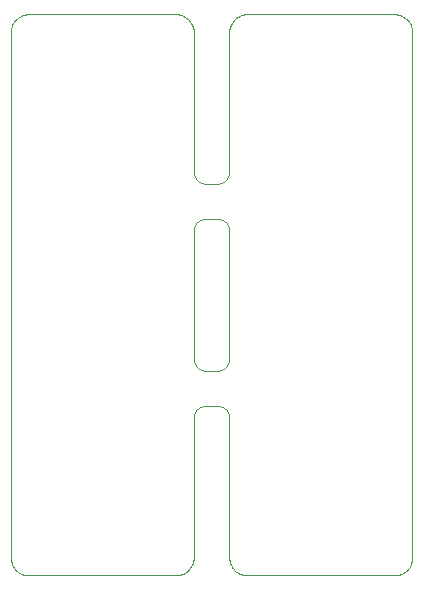
<source format=gbr>
G04 #@! TF.GenerationSoftware,KiCad,Pcbnew,5.1.10*
G04 #@! TF.CreationDate,2021-09-23T13:58:25+02:00*
G04 #@! TF.ProjectId,char-panel,63686172-2d70-4616-9e65-6c2e6b696361,rev?*
G04 #@! TF.SameCoordinates,Original*
G04 #@! TF.FileFunction,Profile,NP*
%FSLAX46Y46*%
G04 Gerber Fmt 4.6, Leading zero omitted, Abs format (unit mm)*
G04 Created by KiCad (PCBNEW 5.1.10) date 2021-09-23 13:58:25*
%MOMM*%
%LPD*%
G01*
G04 APERTURE LIST*
G04 #@! TA.AperFunction,Profile*
%ADD10C,0.100000*%
G04 #@! TD*
G04 APERTURE END LIST*
D10*
X65501000Y-79175400D02*
X65501000Y-68324600D01*
X65505800Y-79272700D02*
X65501000Y-79175400D01*
X65520000Y-79368800D02*
X65505800Y-79272700D01*
X65543600Y-79463100D02*
X65520000Y-79368800D01*
X65576400Y-79554500D02*
X65543600Y-79463100D01*
X65617900Y-79642300D02*
X65576400Y-79554500D01*
X65667900Y-79725700D02*
X65617900Y-79642300D01*
X65725700Y-79803700D02*
X65667900Y-79725700D01*
X65791000Y-79875700D02*
X65725700Y-79803700D01*
X65863000Y-79940900D02*
X65791000Y-79875700D01*
X65941000Y-79998800D02*
X65863000Y-79940900D01*
X66024300Y-80048800D02*
X65941000Y-79998800D01*
X66112100Y-80090300D02*
X66024300Y-80048800D01*
X66203600Y-80123000D02*
X66112100Y-80090300D01*
X66297900Y-80146600D02*
X66203600Y-80123000D01*
X66394000Y-80160900D02*
X66297900Y-80146600D01*
X66491200Y-80165700D02*
X66394000Y-80160900D01*
X67508800Y-80165700D02*
X66491200Y-80165700D01*
X67606000Y-80160900D02*
X67508800Y-80165700D01*
X67702100Y-80146600D02*
X67606000Y-80160900D01*
X67796400Y-80123000D02*
X67702100Y-80146600D01*
X67887900Y-80090300D02*
X67796400Y-80123000D01*
X67975700Y-80048800D02*
X67887900Y-80090300D01*
X68059000Y-79998800D02*
X67975700Y-80048800D01*
X68137000Y-79940900D02*
X68059000Y-79998800D01*
X68209000Y-79875700D02*
X68137000Y-79940900D01*
X68274300Y-79803700D02*
X68209000Y-79875700D01*
X68332100Y-79725700D02*
X68274300Y-79803700D01*
X68382100Y-79642300D02*
X68332100Y-79725700D01*
X68423600Y-79554500D02*
X68382100Y-79642300D01*
X68456400Y-79463100D02*
X68423600Y-79554500D01*
X68480000Y-79368800D02*
X68456400Y-79463100D01*
X68494200Y-79272700D02*
X68480000Y-79368800D01*
X68499000Y-79175400D02*
X68494200Y-79272700D01*
X68499000Y-68324600D02*
X68499000Y-79175400D01*
X68494200Y-68227300D02*
X68499000Y-68324600D01*
X68480000Y-68131200D02*
X68494200Y-68227300D01*
X68456400Y-68037000D02*
X68480000Y-68131200D01*
X68423600Y-67945500D02*
X68456400Y-68037000D01*
X68382100Y-67857700D02*
X68423600Y-67945500D01*
X68332200Y-67774300D02*
X68382100Y-67857700D01*
X68274300Y-67696300D02*
X68332200Y-67774300D01*
X68209000Y-67624300D02*
X68274300Y-67696300D01*
X68137000Y-67559100D02*
X68209000Y-67624300D01*
X68059000Y-67501200D02*
X68137000Y-67559100D01*
X67975700Y-67451200D02*
X68059000Y-67501200D01*
X67887900Y-67409700D02*
X67975700Y-67451200D01*
X67796400Y-67377000D02*
X67887900Y-67409700D01*
X67702100Y-67353400D02*
X67796400Y-67377000D01*
X67606000Y-67339100D02*
X67702100Y-67353400D01*
X67508800Y-67334300D02*
X67606000Y-67339100D01*
X66491200Y-67334300D02*
X67508800Y-67334300D01*
X66394000Y-67339100D02*
X66491200Y-67334300D01*
X66297900Y-67353400D02*
X66394000Y-67339100D01*
X66203600Y-67377000D02*
X66297900Y-67353400D01*
X66112100Y-67409700D02*
X66203600Y-67377000D01*
X66024300Y-67451200D02*
X66112100Y-67409700D01*
X65941000Y-67501200D02*
X66024300Y-67451200D01*
X65863000Y-67559100D02*
X65941000Y-67501200D01*
X65791000Y-67624300D02*
X65863000Y-67559100D01*
X65725700Y-67696300D02*
X65791000Y-67624300D01*
X65667900Y-67774300D02*
X65725700Y-67696300D01*
X65617900Y-67857700D02*
X65667900Y-67774300D01*
X65576400Y-67945500D02*
X65617900Y-67857700D01*
X65543600Y-68037000D02*
X65576400Y-67945500D01*
X65520000Y-68131200D02*
X65543600Y-68037000D01*
X65505800Y-68227300D02*
X65520000Y-68131200D01*
X65501000Y-68324600D02*
X65505800Y-68227300D01*
X68499100Y-51499800D02*
X68499000Y-63342100D01*
X68507600Y-51342900D02*
X68499100Y-51499800D01*
X68532200Y-51187700D02*
X68507600Y-51342900D01*
X68572900Y-51036000D02*
X68532200Y-51187700D01*
X68629200Y-50889400D02*
X68572900Y-51036000D01*
X68700600Y-50749400D02*
X68629200Y-50889400D01*
X68786100Y-50617700D02*
X68700600Y-50749400D01*
X68885000Y-50495700D02*
X68786100Y-50617700D01*
X68986300Y-50393900D02*
X68885000Y-50495700D01*
X69005700Y-50376400D02*
X68986300Y-50393900D01*
X69118200Y-50285800D02*
X69005700Y-50376400D01*
X69249500Y-50200500D02*
X69118200Y-50285800D01*
X69389400Y-50129200D02*
X69249500Y-50200500D01*
X69523900Y-50077200D02*
X69389400Y-50129200D01*
X69548900Y-50069100D02*
X69523900Y-50077200D01*
X69675200Y-50035200D02*
X69548900Y-50069100D01*
X69700900Y-50029700D02*
X69675200Y-50035200D01*
X69843400Y-50007500D02*
X69700900Y-50029700D01*
X69999900Y-49999100D02*
X69843400Y-50007500D01*
X82493600Y-49999000D02*
X69999900Y-49999100D01*
X82656600Y-50007500D02*
X82493600Y-49999000D01*
X82811800Y-50032100D02*
X82656600Y-50007500D01*
X82963500Y-50072700D02*
X82811800Y-50032100D01*
X83110600Y-50129200D02*
X82963500Y-50072700D01*
X83250600Y-50200500D02*
X83110600Y-50129200D01*
X83382300Y-50286100D02*
X83250600Y-50200500D01*
X83504400Y-50385000D02*
X83382300Y-50286100D01*
X83606200Y-50486300D02*
X83504400Y-50385000D01*
X83623600Y-50505600D02*
X83606200Y-50486300D01*
X83714200Y-50618200D02*
X83623600Y-50505600D01*
X83799500Y-50749500D02*
X83714200Y-50618200D01*
X83870800Y-50889400D02*
X83799500Y-50749500D01*
X83922800Y-51023900D02*
X83870800Y-50889400D01*
X83930900Y-51048900D02*
X83922800Y-51023900D01*
X83964800Y-51175200D02*
X83930900Y-51048900D01*
X83970300Y-51200900D02*
X83964800Y-51175200D01*
X83992500Y-51343400D02*
X83970300Y-51200900D01*
X84001000Y-51506500D02*
X83992500Y-51343400D01*
X84001000Y-95993400D02*
X84001000Y-51506500D01*
X83992400Y-96157100D02*
X84001000Y-95993400D01*
X83970300Y-96299100D02*
X83992400Y-96157100D01*
X83964800Y-96324800D02*
X83970300Y-96299100D01*
X83931000Y-96451100D02*
X83964800Y-96324800D01*
X83922800Y-96476100D02*
X83931000Y-96451100D01*
X83871000Y-96610200D02*
X83922800Y-96476100D01*
X83805900Y-96738800D02*
X83871000Y-96610200D01*
X83792800Y-96761500D02*
X83805900Y-96738800D01*
X83714200Y-96881900D02*
X83792800Y-96761500D01*
X83623800Y-96994100D02*
X83714200Y-96881900D01*
X83606200Y-97013700D02*
X83623800Y-96994100D01*
X83504300Y-97115000D02*
X83606200Y-97013700D01*
X83392500Y-97206000D02*
X83504300Y-97115000D01*
X83371300Y-97221500D02*
X83392500Y-97206000D01*
X83250500Y-97299500D02*
X83371300Y-97221500D01*
X83110100Y-97371000D02*
X83250500Y-97299500D01*
X82976100Y-97422800D02*
X83110100Y-97371000D01*
X82951100Y-97430900D02*
X82976100Y-97422800D01*
X82812200Y-97467800D02*
X82951100Y-97430900D01*
X82669900Y-97490700D02*
X82812200Y-97467800D01*
X82643800Y-97493500D02*
X82669900Y-97490700D01*
X82500100Y-97500900D02*
X82643800Y-97493500D01*
X70000100Y-97500900D02*
X82500100Y-97500900D01*
X69843400Y-97492500D02*
X70000100Y-97500900D01*
X69700900Y-97470300D02*
X69843400Y-97492500D01*
X69675200Y-97464800D02*
X69700900Y-97470300D01*
X69536000Y-97427100D02*
X69675200Y-97464800D01*
X69389900Y-97371000D02*
X69536000Y-97427100D01*
X69261200Y-97305900D02*
X69389900Y-97371000D01*
X69238500Y-97292700D02*
X69261200Y-97305900D01*
X69128800Y-97221500D02*
X69238500Y-97292700D01*
X69107700Y-97206200D02*
X69128800Y-97221500D01*
X68995700Y-97115000D02*
X69107700Y-97206200D01*
X68893900Y-97013700D02*
X68995700Y-97115000D01*
X68876300Y-96994200D02*
X68893900Y-97013700D01*
X68794000Y-96892500D02*
X68876300Y-96994200D01*
X68778500Y-96871200D02*
X68794000Y-96892500D01*
X68700500Y-96750500D02*
X68778500Y-96871200D01*
X68634800Y-96622200D02*
X68700500Y-96750500D01*
X68624100Y-96598200D02*
X68634800Y-96622200D01*
X68572900Y-96464000D02*
X68624100Y-96598200D01*
X68532200Y-96312200D02*
X68572900Y-96464000D01*
X68507600Y-96157100D02*
X68532200Y-96312200D01*
X68499300Y-96006600D02*
X68507600Y-96157100D01*
X68499000Y-84157900D02*
X68499300Y-96006600D01*
X68494200Y-84060600D02*
X68499000Y-84157900D01*
X68480000Y-83964500D02*
X68494200Y-84060600D01*
X68456400Y-83870300D02*
X68480000Y-83964500D01*
X68423600Y-83778800D02*
X68456400Y-83870300D01*
X68382100Y-83691000D02*
X68423600Y-83778800D01*
X68332100Y-83607700D02*
X68382100Y-83691000D01*
X68274300Y-83529600D02*
X68332100Y-83607700D01*
X68209000Y-83457600D02*
X68274300Y-83529600D01*
X68137000Y-83392400D02*
X68209000Y-83457600D01*
X68059000Y-83334500D02*
X68137000Y-83392400D01*
X67975700Y-83284600D02*
X68059000Y-83334500D01*
X67887900Y-83243000D02*
X67975700Y-83284600D01*
X67796400Y-83210300D02*
X67887900Y-83243000D01*
X67702100Y-83186700D02*
X67796400Y-83210300D01*
X67606000Y-83172500D02*
X67702100Y-83186700D01*
X67508800Y-83167700D02*
X67606000Y-83172500D01*
X66491200Y-83167700D02*
X67508800Y-83167700D01*
X66394000Y-83172500D02*
X66491200Y-83167700D01*
X66297900Y-83186700D02*
X66394000Y-83172500D01*
X66203600Y-83210300D02*
X66297900Y-83186700D01*
X66112100Y-83243000D02*
X66203600Y-83210300D01*
X66024300Y-83284600D02*
X66112100Y-83243000D01*
X65941000Y-83334500D02*
X66024300Y-83284600D01*
X65863000Y-83392400D02*
X65941000Y-83334500D01*
X65791000Y-83457600D02*
X65863000Y-83392400D01*
X65725700Y-83529600D02*
X65791000Y-83457600D01*
X65667900Y-83607700D02*
X65725700Y-83529600D01*
X65617900Y-83691000D02*
X65667900Y-83607700D01*
X65576400Y-83778800D02*
X65617900Y-83691000D01*
X65543600Y-83870300D02*
X65576400Y-83778800D01*
X65520000Y-83964500D02*
X65543600Y-83870300D01*
X65505800Y-84060600D02*
X65520000Y-83964500D01*
X65501000Y-84157900D02*
X65505800Y-84060600D01*
X65500900Y-96000200D02*
X65501000Y-84157900D01*
X65492400Y-96157100D02*
X65500900Y-96000200D01*
X65467800Y-96312300D02*
X65492400Y-96157100D01*
X65427100Y-96464000D02*
X65467800Y-96312300D01*
X65370800Y-96610600D02*
X65427100Y-96464000D01*
X65299500Y-96750600D02*
X65370800Y-96610600D01*
X65213900Y-96882300D02*
X65299500Y-96750600D01*
X65115000Y-97004300D02*
X65213900Y-96882300D01*
X65003900Y-97115400D02*
X65115000Y-97004300D01*
X64882300Y-97213900D02*
X65003900Y-97115400D01*
X64761500Y-97292700D02*
X64882300Y-97213900D01*
X64738800Y-97305900D02*
X64761500Y-97292700D01*
X64622200Y-97365300D02*
X64738800Y-97305900D01*
X64598200Y-97375900D02*
X64622200Y-97365300D01*
X64463500Y-97427300D02*
X64598200Y-97375900D01*
X64311700Y-97467900D02*
X64463500Y-97427300D01*
X64157100Y-97492400D02*
X64311700Y-97467900D01*
X63999900Y-97500900D02*
X64157100Y-97492400D01*
X51500100Y-97500900D02*
X63999900Y-97500900D01*
X51342900Y-97492400D02*
X51500100Y-97500900D01*
X51200900Y-97470300D02*
X51342900Y-97492400D01*
X51175200Y-97464800D02*
X51200900Y-97470300D01*
X51048900Y-97430900D02*
X51175200Y-97464800D01*
X51023900Y-97422800D02*
X51048900Y-97430900D01*
X50889800Y-97371000D02*
X51023900Y-97422800D01*
X50761200Y-97305900D02*
X50889800Y-97371000D01*
X50738500Y-97292700D02*
X50761200Y-97305900D01*
X50618100Y-97214200D02*
X50738500Y-97292700D01*
X50505900Y-97123800D02*
X50618100Y-97214200D01*
X50486300Y-97106200D02*
X50505900Y-97123800D01*
X50385000Y-97004300D02*
X50486300Y-97106200D01*
X50294000Y-96892500D02*
X50385000Y-97004300D01*
X50278500Y-96871200D02*
X50294000Y-96892500D01*
X50200500Y-96750500D02*
X50278500Y-96871200D01*
X50134700Y-96622200D02*
X50200500Y-96750500D01*
X50124100Y-96598200D02*
X50134700Y-96622200D01*
X50072900Y-96464000D02*
X50124100Y-96598200D01*
X50035200Y-96324800D02*
X50072900Y-96464000D01*
X50029700Y-96299100D02*
X50035200Y-96324800D01*
X50007600Y-96157100D02*
X50029700Y-96299100D01*
X49999000Y-95993600D02*
X50007600Y-96157100D01*
X49999000Y-51506600D02*
X49999000Y-95993600D01*
X50006500Y-51356300D02*
X49999000Y-51506600D01*
X50009300Y-51330100D02*
X50006500Y-51356300D01*
X50032200Y-51187700D02*
X50009300Y-51330100D01*
X50072700Y-51036500D02*
X50032200Y-51187700D01*
X50124000Y-50901800D02*
X50072700Y-51036500D01*
X50134700Y-50877800D02*
X50124000Y-50901800D01*
X50200500Y-50749400D02*
X50134700Y-50877800D01*
X50285800Y-50618100D02*
X50200500Y-50749400D01*
X50384600Y-50496000D02*
X50285800Y-50618100D01*
X50496100Y-50384600D02*
X50384600Y-50496000D01*
X50618200Y-50285800D02*
X50496100Y-50384600D01*
X50738500Y-50207300D02*
X50618200Y-50285800D01*
X50761200Y-50194100D02*
X50738500Y-50207300D01*
X50877800Y-50134700D02*
X50761200Y-50194100D01*
X50901800Y-50124100D02*
X50877800Y-50134700D01*
X51036000Y-50072900D02*
X50901800Y-50124100D01*
X51175200Y-50035200D02*
X51036000Y-50072900D01*
X51200900Y-50029700D02*
X51175200Y-50035200D01*
X51342900Y-50007600D02*
X51200900Y-50029700D01*
X51500100Y-49999100D02*
X51342900Y-50007600D01*
X63999900Y-49999100D02*
X51500100Y-49999100D01*
X64156600Y-50007500D02*
X63999900Y-49999100D01*
X64299100Y-50029700D02*
X64156600Y-50007500D01*
X64324800Y-50035200D02*
X64299100Y-50029700D01*
X64464000Y-50072900D02*
X64324800Y-50035200D01*
X64610200Y-50129000D02*
X64464000Y-50072900D01*
X64738800Y-50194100D02*
X64610200Y-50129000D01*
X64761500Y-50207300D02*
X64738800Y-50194100D01*
X64881900Y-50285800D02*
X64761500Y-50207300D01*
X65004000Y-50384600D02*
X64881900Y-50285800D01*
X65115400Y-50496100D02*
X65004000Y-50384600D01*
X65214200Y-50618200D02*
X65115400Y-50496100D01*
X65292700Y-50738500D02*
X65214200Y-50618200D01*
X65305900Y-50761200D02*
X65292700Y-50738500D01*
X65365300Y-50877800D02*
X65305900Y-50761200D01*
X65375900Y-50901800D02*
X65365300Y-50877800D01*
X65427100Y-51036000D02*
X65375900Y-50901800D01*
X65464800Y-51175200D02*
X65427100Y-51036000D01*
X65470300Y-51200900D02*
X65464800Y-51175200D01*
X65492400Y-51342900D02*
X65470300Y-51200900D01*
X65500700Y-51493400D02*
X65492400Y-51342900D01*
X65501000Y-63342100D02*
X65500700Y-51493400D01*
X65505800Y-63439400D02*
X65501000Y-63342100D01*
X65520000Y-63535500D02*
X65505800Y-63439400D01*
X65543600Y-63629700D02*
X65520000Y-63535500D01*
X65576400Y-63721200D02*
X65543600Y-63629700D01*
X65617900Y-63809000D02*
X65576400Y-63721200D01*
X65667900Y-63892300D02*
X65617900Y-63809000D01*
X65725700Y-63970400D02*
X65667900Y-63892300D01*
X65791000Y-64042400D02*
X65725700Y-63970400D01*
X65863000Y-64107600D02*
X65791000Y-64042400D01*
X65941000Y-64165500D02*
X65863000Y-64107600D01*
X66024300Y-64215400D02*
X65941000Y-64165500D01*
X66112100Y-64257000D02*
X66024300Y-64215400D01*
X66203600Y-64289700D02*
X66112100Y-64257000D01*
X66297900Y-64313300D02*
X66203600Y-64289700D01*
X66394000Y-64327600D02*
X66297900Y-64313300D01*
X66491200Y-64332300D02*
X66394000Y-64327600D01*
X67508800Y-64332300D02*
X66491200Y-64332300D01*
X67606000Y-64327600D02*
X67508800Y-64332300D01*
X67702100Y-64313300D02*
X67606000Y-64327600D01*
X67796400Y-64289700D02*
X67702100Y-64313300D01*
X67887900Y-64257000D02*
X67796400Y-64289700D01*
X67975700Y-64215400D02*
X67887900Y-64257000D01*
X68059000Y-64165500D02*
X67975700Y-64215400D01*
X68137000Y-64107600D02*
X68059000Y-64165500D01*
X68209000Y-64042400D02*
X68137000Y-64107600D01*
X68274300Y-63970400D02*
X68209000Y-64042400D01*
X68332200Y-63892300D02*
X68274300Y-63970400D01*
X68382100Y-63809000D02*
X68332200Y-63892300D01*
X68423600Y-63721200D02*
X68382100Y-63809000D01*
X68456400Y-63629700D02*
X68423600Y-63721200D01*
X68480000Y-63535500D02*
X68456400Y-63629700D01*
X68494200Y-63439400D02*
X68480000Y-63535500D01*
X68499000Y-63342100D02*
X68494200Y-63439400D01*
M02*

</source>
